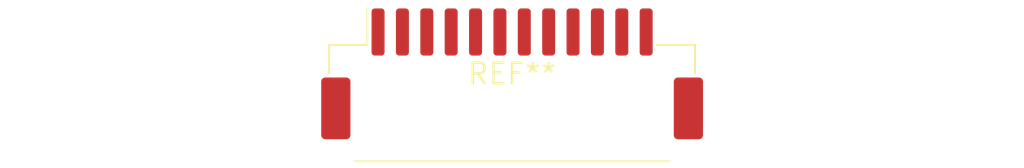
<source format=kicad_pcb>
(kicad_pcb (version 20240108) (generator pcbnew)
  (layers (0 "F.Cu" signal) (31 "B.Cu" signal) (34 "B.Paste" user) (35 "F.Paste" user) (36 "B.SilkS" user "B.Silkscreen") (37 "F.SilkS" user "F.Silkscreen") (38 "B.Mask" user) (39 "F.Mask" user) (44 "Edge.Cuts" user))
  (net 0 "")
  (footprint "Molex_CLIK-Mate_502585-1270_1x12-1MP_P1.50mm_Horizontal" (layer "F.Cu") (at 0 0)
    (property "Reference" "REF**")
    (property "Value" "Molex_CLIK-Mate_502585-1270_1x12-1MP_P1.50mm_Horizontal")
    (fp_line (start -11.26 -1.785) (end -8.91 -1.785) (layer "F.SilkS") (stroke (width 0.12)))
    (fp_line (start -11.26 -0.035) (end -11.26 -1.785) (layer "F.SilkS") (stroke (width 0.12)))
    (fp_line (start -9.69 5.385) (end 9.69 5.385) (layer "F.SilkS") (stroke (width 0.12)))
    (fp_line (start -8.91 -1.785) (end -8.91 -4.025) (layer "F.SilkS") (stroke (width 0.12)))
    (fp_line (start 11.26 -1.785) (end 8.91 -1.785) (layer "F.SilkS") (stroke (width 0.12)))
    (fp_line (start 11.26 -0.035) (end 11.26 -1.785) (layer "F.SilkS") (stroke (width 0.12)))
    (pad "1" smd roundrect (at -8.25 -2.575) (size 0.8 2.9) (layers "F.Cu" "F.Paste" "F.Mask"))
    (pad "2" smd roundrect (at -6.75 -2.575) (size 0.8 2.9) (layers "F.Cu" "F.Paste" "F.Mask"))
    (pad "3" smd roundrect (at -5.25 -2.575) (size 0.8 2.9) (layers "F.Cu" "F.Paste" "F.Mask"))
    (pad "4" smd roundrect (at -3.75 -2.575) (size 0.8 2.9) (layers "F.Cu" "F.Paste" "F.Mask"))
    (pad "5" smd roundrect (at -2.25 -2.575) (size 0.8 2.9) (layers "F.Cu" "F.Paste" "F.Mask"))
    (pad "6" smd roundrect (at -0.75 -2.575) (size 0.8 2.9) (layers "F.Cu" "F.Paste" "F.Mask"))
    (pad "7" smd roundrect (at 0.75 -2.575) (size 0.8 2.9) (layers "F.Cu" "F.Paste" "F.Mask"))
    (pad "8" smd roundrect (at 2.25 -2.575) (size 0.8 2.9) (layers "F.Cu" "F.Paste" "F.Mask"))
    (pad "9" smd roundrect (at 3.75 -2.575) (size 0.8 2.9) (layers "F.Cu" "F.Paste" "F.Mask"))
    (pad "10" smd roundrect (at 5.25 -2.575) (size 0.8 2.9) (layers "F.Cu" "F.Paste" "F.Mask"))
    (pad "11" smd roundrect (at 6.75 -2.575) (size 0.8 2.9) (layers "F.Cu" "F.Paste" "F.Mask"))
    (pad "12" smd roundrect (at 8.25 -2.575) (size 0.8 2.9) (layers "F.Cu" "F.Paste" "F.Mask"))
    (pad "MP" smd roundrect (at -10.85 2.125) (size 1.8 3.8) (layers "F.Cu" "F.Paste" "F.Mask") (roundrect_rratio 0.138889))
    (pad "MP" smd roundrect (at 10.85 2.125) (size 1.8 3.8) (layers "F.Cu" "F.Paste" "F.Mask") (roundrect_rratio 0.138889))
  )
)
</source>
